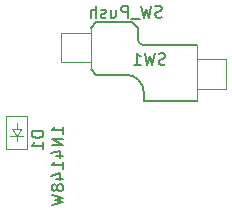
<source format=gbr>
%TF.GenerationSoftware,KiCad,Pcbnew,9.0.5*%
%TF.CreationDate,2025-10-08T11:55:14+08:00*%
%TF.ProjectId,snowshoe-choc,736e6f77-7368-46f6-952d-63686f632e6b,rev?*%
%TF.SameCoordinates,Original*%
%TF.FileFunction,AssemblyDrawing,Bot*%
%FSLAX46Y46*%
G04 Gerber Fmt 4.6, Leading zero omitted, Abs format (unit mm)*
G04 Created by KiCad (PCBNEW 9.0.5) date 2025-10-08 11:55:14*
%MOMM*%
%LPD*%
G01*
G04 APERTURE LIST*
%ADD10C,0.150000*%
%ADD11C,0.120000*%
%ADD12C,0.100000*%
G04 APERTURE END LIST*
D10*
X109333332Y-60407200D02*
X109190475Y-60454819D01*
X109190475Y-60454819D02*
X108952380Y-60454819D01*
X108952380Y-60454819D02*
X108857142Y-60407200D01*
X108857142Y-60407200D02*
X108809523Y-60359580D01*
X108809523Y-60359580D02*
X108761904Y-60264342D01*
X108761904Y-60264342D02*
X108761904Y-60169104D01*
X108761904Y-60169104D02*
X108809523Y-60073866D01*
X108809523Y-60073866D02*
X108857142Y-60026247D01*
X108857142Y-60026247D02*
X108952380Y-59978628D01*
X108952380Y-59978628D02*
X109142856Y-59931009D01*
X109142856Y-59931009D02*
X109238094Y-59883390D01*
X109238094Y-59883390D02*
X109285713Y-59835771D01*
X109285713Y-59835771D02*
X109333332Y-59740533D01*
X109333332Y-59740533D02*
X109333332Y-59645295D01*
X109333332Y-59645295D02*
X109285713Y-59550057D01*
X109285713Y-59550057D02*
X109238094Y-59502438D01*
X109238094Y-59502438D02*
X109142856Y-59454819D01*
X109142856Y-59454819D02*
X108904761Y-59454819D01*
X108904761Y-59454819D02*
X108761904Y-59502438D01*
X108428570Y-59454819D02*
X108190475Y-60454819D01*
X108190475Y-60454819D02*
X107999999Y-59740533D01*
X107999999Y-59740533D02*
X107809523Y-60454819D01*
X107809523Y-60454819D02*
X107571428Y-59454819D01*
X106666666Y-60454819D02*
X107238094Y-60454819D01*
X106952380Y-60454819D02*
X106952380Y-59454819D01*
X106952380Y-59454819D02*
X107047618Y-59597676D01*
X107047618Y-59597676D02*
X107142856Y-59692914D01*
X107142856Y-59692914D02*
X107238094Y-59740533D01*
X109047618Y-56407200D02*
X108904761Y-56454819D01*
X108904761Y-56454819D02*
X108666666Y-56454819D01*
X108666666Y-56454819D02*
X108571428Y-56407200D01*
X108571428Y-56407200D02*
X108523809Y-56359580D01*
X108523809Y-56359580D02*
X108476190Y-56264342D01*
X108476190Y-56264342D02*
X108476190Y-56169104D01*
X108476190Y-56169104D02*
X108523809Y-56073866D01*
X108523809Y-56073866D02*
X108571428Y-56026247D01*
X108571428Y-56026247D02*
X108666666Y-55978628D01*
X108666666Y-55978628D02*
X108857142Y-55931009D01*
X108857142Y-55931009D02*
X108952380Y-55883390D01*
X108952380Y-55883390D02*
X108999999Y-55835771D01*
X108999999Y-55835771D02*
X109047618Y-55740533D01*
X109047618Y-55740533D02*
X109047618Y-55645295D01*
X109047618Y-55645295D02*
X108999999Y-55550057D01*
X108999999Y-55550057D02*
X108952380Y-55502438D01*
X108952380Y-55502438D02*
X108857142Y-55454819D01*
X108857142Y-55454819D02*
X108619047Y-55454819D01*
X108619047Y-55454819D02*
X108476190Y-55502438D01*
X108142856Y-55454819D02*
X107904761Y-56454819D01*
X107904761Y-56454819D02*
X107714285Y-55740533D01*
X107714285Y-55740533D02*
X107523809Y-56454819D01*
X107523809Y-56454819D02*
X107285714Y-55454819D01*
X107142857Y-56550057D02*
X106380952Y-56550057D01*
X106142856Y-56454819D02*
X106142856Y-55454819D01*
X106142856Y-55454819D02*
X105761904Y-55454819D01*
X105761904Y-55454819D02*
X105666666Y-55502438D01*
X105666666Y-55502438D02*
X105619047Y-55550057D01*
X105619047Y-55550057D02*
X105571428Y-55645295D01*
X105571428Y-55645295D02*
X105571428Y-55788152D01*
X105571428Y-55788152D02*
X105619047Y-55883390D01*
X105619047Y-55883390D02*
X105666666Y-55931009D01*
X105666666Y-55931009D02*
X105761904Y-55978628D01*
X105761904Y-55978628D02*
X106142856Y-55978628D01*
X104714285Y-55788152D02*
X104714285Y-56454819D01*
X105142856Y-55788152D02*
X105142856Y-56311961D01*
X105142856Y-56311961D02*
X105095237Y-56407200D01*
X105095237Y-56407200D02*
X104999999Y-56454819D01*
X104999999Y-56454819D02*
X104857142Y-56454819D01*
X104857142Y-56454819D02*
X104761904Y-56407200D01*
X104761904Y-56407200D02*
X104714285Y-56359580D01*
X104285713Y-56407200D02*
X104190475Y-56454819D01*
X104190475Y-56454819D02*
X103999999Y-56454819D01*
X103999999Y-56454819D02*
X103904761Y-56407200D01*
X103904761Y-56407200D02*
X103857142Y-56311961D01*
X103857142Y-56311961D02*
X103857142Y-56264342D01*
X103857142Y-56264342D02*
X103904761Y-56169104D01*
X103904761Y-56169104D02*
X103999999Y-56121485D01*
X103999999Y-56121485D02*
X104142856Y-56121485D01*
X104142856Y-56121485D02*
X104238094Y-56073866D01*
X104238094Y-56073866D02*
X104285713Y-55978628D01*
X104285713Y-55978628D02*
X104285713Y-55931009D01*
X104285713Y-55931009D02*
X104238094Y-55835771D01*
X104238094Y-55835771D02*
X104142856Y-55788152D01*
X104142856Y-55788152D02*
X103999999Y-55788152D01*
X103999999Y-55788152D02*
X103904761Y-55835771D01*
X103428570Y-56454819D02*
X103428570Y-55454819D01*
X102999999Y-56454819D02*
X102999999Y-55931009D01*
X102999999Y-55931009D02*
X103047618Y-55835771D01*
X103047618Y-55835771D02*
X103142856Y-55788152D01*
X103142856Y-55788152D02*
X103285713Y-55788152D01*
X103285713Y-55788152D02*
X103380951Y-55835771D01*
X103380951Y-55835771D02*
X103428570Y-55883390D01*
X100704819Y-66285714D02*
X100704819Y-65714286D01*
X100704819Y-66000000D02*
X99704819Y-66000000D01*
X99704819Y-66000000D02*
X99847676Y-65904762D01*
X99847676Y-65904762D02*
X99942914Y-65809524D01*
X99942914Y-65809524D02*
X99990533Y-65714286D01*
X100704819Y-66714286D02*
X99704819Y-66714286D01*
X99704819Y-66714286D02*
X100704819Y-67285714D01*
X100704819Y-67285714D02*
X99704819Y-67285714D01*
X100038152Y-68190476D02*
X100704819Y-68190476D01*
X99657200Y-67952381D02*
X100371485Y-67714286D01*
X100371485Y-67714286D02*
X100371485Y-68333333D01*
X100704819Y-69238095D02*
X100704819Y-68666667D01*
X100704819Y-68952381D02*
X99704819Y-68952381D01*
X99704819Y-68952381D02*
X99847676Y-68857143D01*
X99847676Y-68857143D02*
X99942914Y-68761905D01*
X99942914Y-68761905D02*
X99990533Y-68666667D01*
X100038152Y-70095238D02*
X100704819Y-70095238D01*
X99657200Y-69857143D02*
X100371485Y-69619048D01*
X100371485Y-69619048D02*
X100371485Y-70238095D01*
X100133390Y-70761905D02*
X100085771Y-70666667D01*
X100085771Y-70666667D02*
X100038152Y-70619048D01*
X100038152Y-70619048D02*
X99942914Y-70571429D01*
X99942914Y-70571429D02*
X99895295Y-70571429D01*
X99895295Y-70571429D02*
X99800057Y-70619048D01*
X99800057Y-70619048D02*
X99752438Y-70666667D01*
X99752438Y-70666667D02*
X99704819Y-70761905D01*
X99704819Y-70761905D02*
X99704819Y-70952381D01*
X99704819Y-70952381D02*
X99752438Y-71047619D01*
X99752438Y-71047619D02*
X99800057Y-71095238D01*
X99800057Y-71095238D02*
X99895295Y-71142857D01*
X99895295Y-71142857D02*
X99942914Y-71142857D01*
X99942914Y-71142857D02*
X100038152Y-71095238D01*
X100038152Y-71095238D02*
X100085771Y-71047619D01*
X100085771Y-71047619D02*
X100133390Y-70952381D01*
X100133390Y-70952381D02*
X100133390Y-70761905D01*
X100133390Y-70761905D02*
X100181009Y-70666667D01*
X100181009Y-70666667D02*
X100228628Y-70619048D01*
X100228628Y-70619048D02*
X100323866Y-70571429D01*
X100323866Y-70571429D02*
X100514342Y-70571429D01*
X100514342Y-70571429D02*
X100609580Y-70619048D01*
X100609580Y-70619048D02*
X100657200Y-70666667D01*
X100657200Y-70666667D02*
X100704819Y-70761905D01*
X100704819Y-70761905D02*
X100704819Y-70952381D01*
X100704819Y-70952381D02*
X100657200Y-71047619D01*
X100657200Y-71047619D02*
X100609580Y-71095238D01*
X100609580Y-71095238D02*
X100514342Y-71142857D01*
X100514342Y-71142857D02*
X100323866Y-71142857D01*
X100323866Y-71142857D02*
X100228628Y-71095238D01*
X100228628Y-71095238D02*
X100181009Y-71047619D01*
X100181009Y-71047619D02*
X100133390Y-70952381D01*
X99704819Y-71476191D02*
X100704819Y-71714286D01*
X100704819Y-71714286D02*
X99990533Y-71904762D01*
X99990533Y-71904762D02*
X100704819Y-72095238D01*
X100704819Y-72095238D02*
X99704819Y-72333334D01*
X99004819Y-66061905D02*
X98004819Y-66061905D01*
X98004819Y-66061905D02*
X98004819Y-66300000D01*
X98004819Y-66300000D02*
X98052438Y-66442857D01*
X98052438Y-66442857D02*
X98147676Y-66538095D01*
X98147676Y-66538095D02*
X98242914Y-66585714D01*
X98242914Y-66585714D02*
X98433390Y-66633333D01*
X98433390Y-66633333D02*
X98576247Y-66633333D01*
X98576247Y-66633333D02*
X98766723Y-66585714D01*
X98766723Y-66585714D02*
X98861961Y-66538095D01*
X98861961Y-66538095D02*
X98957200Y-66442857D01*
X98957200Y-66442857D02*
X99004819Y-66300000D01*
X99004819Y-66300000D02*
X99004819Y-66061905D01*
X99004819Y-67585714D02*
X99004819Y-67014286D01*
X99004819Y-67300000D02*
X98004819Y-67300000D01*
X98004819Y-67300000D02*
X98147676Y-67204762D01*
X98147676Y-67204762D02*
X98242914Y-67109524D01*
X98242914Y-67109524D02*
X98290533Y-67014286D01*
D11*
%TO.C,SW1*%
X100500000Y-57750000D02*
X103000000Y-57750000D01*
X100500000Y-60250000D02*
X100500000Y-57750000D01*
D10*
X103000000Y-57300000D02*
X103500000Y-56800000D01*
D11*
X103000000Y-60250000D02*
X100500000Y-60250000D01*
X103000000Y-60750000D02*
X103000000Y-57300000D01*
D10*
X103000000Y-60800000D02*
X103500000Y-61300000D01*
X103500000Y-56800000D02*
X106500000Y-56800000D01*
X103500000Y-61300000D02*
X106000000Y-61300000D01*
X106500000Y-56800000D02*
X107000000Y-57300000D01*
X107000000Y-58300000D02*
X107000000Y-57300000D01*
X107500000Y-62800000D02*
X107500000Y-63500000D01*
X107500000Y-63500000D02*
X112000000Y-63500000D01*
X112000000Y-58800000D02*
X107500000Y-58800000D01*
D11*
X112000000Y-60000000D02*
X114500000Y-60000000D01*
X112000000Y-63500000D02*
X112000000Y-58800000D01*
X114500000Y-60000000D02*
X114500000Y-62500000D01*
X114500000Y-62500000D02*
X112000000Y-62500000D01*
D10*
X106000000Y-61300000D02*
G75*
G02*
X107500000Y-62800000I-1J-1500001D01*
G01*
X107500000Y-58800000D02*
G75*
G02*
X107000000Y-58300000I1J500001D01*
G01*
D12*
%TO.C,D1*%
X95850000Y-64750000D02*
X95850000Y-67550000D01*
X95850000Y-67550000D02*
X97650000Y-67550000D01*
X96350000Y-65900000D02*
X96750000Y-66500000D01*
X96750000Y-65900000D02*
X96750000Y-65400000D01*
X96750000Y-66500000D02*
X96200000Y-66500000D01*
X96750000Y-66500000D02*
X97150000Y-65900000D01*
X96750000Y-66500000D02*
X97300000Y-66500000D01*
X96750000Y-66900000D02*
X96750000Y-66500000D01*
X97150000Y-65900000D02*
X96350000Y-65900000D01*
X97650000Y-64750000D02*
X95850000Y-64750000D01*
X97650000Y-67550000D02*
X97650000Y-64750000D01*
%TD*%
M02*

</source>
